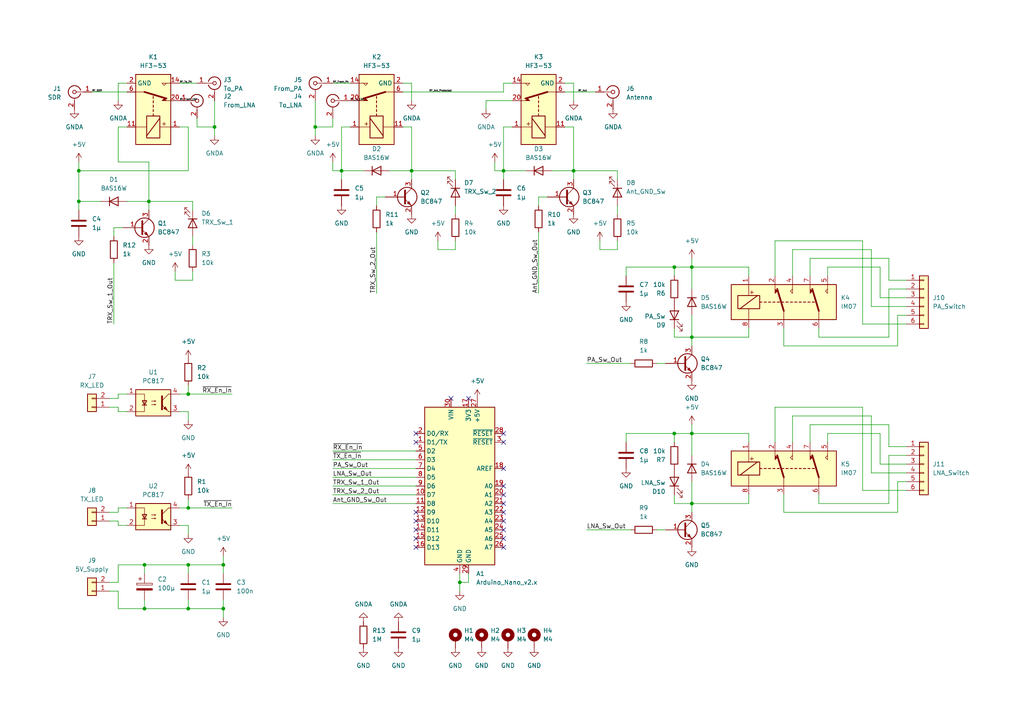
<source format=kicad_sch>
(kicad_sch (version 20250114) (generator "eeschema") (generator_version "9.0")
  (paper "A4")
  (lib_symbols
    (symbol "Connector:Conn_Coaxial" (pin_names (offset 1.016) (hide yes))
      (property "Reference" "J" (at 0.254 3.048 0))
      (property "Value" "Conn_Coaxial" (at 2.921 0 90))
      (symbol "Conn_Coaxial_1_1"
        (pin passive line (at -5.08 0 0) (length 2.54) (name "In") (number "1"))
        (pin passive line (at 0 -5.08 90) (length 2.54) (name "Ext") (number "2"))
      )
    )
    (symbol "Connector_Generic:Conn_01x02" (pin_names (offset 1.016) (hide yes))
      (property "Reference" "J" (at 0 2.54 0))
      (property "Value" "Conn_01x02" (at 0 -5.08 0))
      (symbol "Conn_01x02_1_1"
        (pin passive line (at -5.08 0 0) (length 3.81) (name "Pin_1") (number "1"))
        (pin passive line (at -5.08 -2.54 0) (length 3.81) (name "Pin_2") (number "2"))
      )
    )
    (symbol "Connector_Generic:Conn_01x06" (pin_names (offset 1.016) (hide yes))
      (property "Reference" "J" (at 0 7.62 0))
      (property "Value" "Conn_01x06" (at 0 -10.16 0))
      (symbol "Conn_01x06_1_1"
        (pin passive line (at -5.08 5.08 0) (length 3.81) (name "Pin_1") (number "1"))
        (pin passive line (at -5.08 2.54 0) (length 3.81) (name "Pin_2") (number "2"))
        (pin passive line (at -5.08 0 0) (length 3.81) (name "Pin_3") (number "3"))
        (pin passive line (at -5.08 -2.54 0) (length 3.81) (name "Pin_4") (number "4"))
        (pin passive line (at -5.08 -5.08 0) (length 3.81) (name "Pin_5") (number "5"))
        (pin passive line (at -5.08 -7.62 0) (length 3.81) (name "Pin_6") (number "6"))
      )
    )
    (symbol "Device:C" (pin_numbers (hide yes)) (pin_names (offset 0.254))
      (property "Reference" "C" (at 0.635 2.54 0))
      (property "Value" "C" (at 0.635 -2.54 0))
      (symbol "C_1_1"
        (pin passive line (at 0 3.81 270) (length 2.794) (name "~") (number "1"))
        (pin passive line (at 0 -3.81 90) (length 2.794) (name "~") (number "2"))
      )
    )
    (symbol "Device:C_Polarized" (pin_numbers (hide yes)) (pin_names (offset 0.254))
      (property "Reference" "C" (at 0.635 2.54 0))
      (property "Value" "C_Polarized" (at 0.635 -2.54 0))
      (symbol "C_Polarized_1_1"
        (pin passive line (at 0 3.81 270) (length 2.794) (name "~") (number "1"))
        (pin passive line (at 0 -3.81 90) (length 2.794) (name "~") (number "2"))
      )
    )
    (symbol "Device:LED" (pin_numbers (hide yes)) (pin_names (offset 1.016) (hide yes))
      (property "Reference" "D" (at 0 2.54 0))
      (property "Value" "LED" (at 0 -2.54 0))
      (symbol "LED_1_1"
        (pin passive line (at -3.81 0 0) (length 2.54) (name "K") (number "1"))
        (pin passive line (at 3.81 0 180) (length 2.54) (name "A") (number "2"))
      )
    )
    (symbol "Device:R" (pin_numbers (hide yes)) (pin_names (offset 0))
      (property "Reference" "R" (at 2.032 0 90))
      (property "Value" "R" (at 0 0 90))
      (symbol "R_1_1"
        (pin passive line (at 0 3.81 270) (length 1.27) (name "~") (number "1"))
        (pin passive line (at 0 -3.81 90) (length 1.27) (name "~") (number "2"))
      )
    )
    (symbol "Diode:BAS16W" (pin_numbers (hide yes)) (pin_names (hide yes))
      (property "Reference" "D" (at 0 2.54 0))
      (property "Value" "BAS16W" (at 0 -2.54 0))
      (symbol "BAS16W_1_1"
        (pin passive line (at -3.81 0 0) (length 2.54) (name "K") (number "3"))
        (pin no_connect line (at -1.27 0 0) (length 2.54) (hide yes) (name "NC") (number "2"))
        (pin passive line (at 3.81 0 180) (length 2.54) (name "A") (number "1"))
      )
    )
    (symbol "Isolator:PC817" (pin_names (offset 1.016))
      (property "Reference" "U" (at -5.08 5.08 0))
      (property "Value" "PC817" (at 0 5.08 0))
      (symbol "PC817_1_1"
        (pin passive line (at -7.62 2.54 0) (length 2.54) (name "~") (number "1"))
        (pin passive line (at -7.62 -2.54 0) (length 2.54) (name "~") (number "2"))
        (pin passive line (at 7.62 2.54 180) (length 2.54) (name "~") (number "4"))
        (pin passive line (at 7.62 -2.54 180) (length 2.54) (name "~") (number "3"))
      )
    )
    (symbol "MCU_Module:Arduino_Nano_v2.x"
      (property "Reference" "A" (at -10.16 23.495 0))
      (property "Value" "Arduino_Nano_v2.x" (at 5.08 -24.13 0))
      (symbol "Arduino_Nano_v2.x_1_1"
        (pin bidirectional line (at -12.7 15.24 0) (length 2.54) (name "D0/RX") (number "2"))
        (pin bidirectional line (at -12.7 12.7 0) (length 2.54) (name "D1/TX") (number "1"))
        (pin bidirectional line (at -12.7 10.16 0) (length 2.54) (name "D2") (number "5"))
        (pin bidirectional line (at -12.7 7.62 0) (length 2.54) (name "D3") (number "6"))
        (pin bidirectional line (at -12.7 5.08 0) (length 2.54) (name "D4") (number "7"))
        (pin bidirectional line (at -12.7 2.54 0) (length 2.54) (name "D5") (number "8"))
        (pin bidirectional line (at -12.7 0 0) (length 2.54) (name "D6") (number "9"))
        (pin bidirectional line (at -12.7 -2.54 0) (length 2.54) (name "D7") (number "10"))
        (pin bidirectional line (at -12.7 -5.08 0) (length 2.54) (name "D8") (number "11"))
        (pin bidirectional line (at -12.7 -7.62 0) (length 2.54) (name "D9") (number "12"))
        (pin bidirectional line (at -12.7 -10.16 0) (length 2.54) (name "D10") (number "13"))
        (pin bidirectional line (at -12.7 -12.7 0) (length 2.54) (name "D11") (number "14"))
        (pin bidirectional line (at -12.7 -15.24 0) (length 2.54) (name "D12") (number "15"))
        (pin bidirectional line (at -12.7 -17.78 0) (length 2.54) (name "D13") (number "16"))
        (pin power_in line (at -2.54 25.4 270) (length 2.54) (name "VIN") (number "30"))
        (pin power_in line (at 0 -25.4 90) (length 2.54) (name "GND") (number "4"))
        (pin power_out line (at 2.54 25.4 270) (length 2.54) (name "3V3") (number "17"))
        (pin power_in line (at 2.54 -25.4 90) (length 2.54) (name "GND") (number "29"))
        (pin power_out line (at 5.08 25.4 270) (length 2.54) (name "+5V") (number "27"))
        (pin input line (at 12.7 15.24 180) (length 2.54) (name "~{RESET}") (number "28"))
        (pin input line (at 12.7 12.7 180) (length 2.54) (name "~{RESET}") (number "3"))
        (pin input line (at 12.7 5.08 180) (length 2.54) (name "AREF") (number "18"))
        (pin bidirectional line (at 12.7 0 180) (length 2.54) (name "A0") (number "19"))
        (pin bidirectional line (at 12.7 -2.54 180) (length 2.54) (name "A1") (number "20"))
        (pin bidirectional line (at 12.7 -5.08 180) (length 2.54) (name "A2") (number "21"))
        (pin bidirectional line (at 12.7 -7.62 180) (length 2.54) (name "A3") (number "22"))
        (pin bidirectional line (at 12.7 -10.16 180) (length 2.54) (name "A4") (number "23"))
        (pin bidirectional line (at 12.7 -12.7 180) (length 2.54) (name "A5") (number "24"))
        (pin bidirectional line (at 12.7 -15.24 180) (length 2.54) (name "A6") (number "25"))
        (pin bidirectional line (at 12.7 -17.78 180) (length 2.54) (name "A7") (number "26"))
      )
    )
    (symbol "Mechanical:MountingHole_Pad" (pin_numbers (hide yes)) (pin_names (offset 1.016) (hide yes))
      (property "Reference" "H" (at 0 6.35 0))
      (property "Value" "MountingHole_Pad" (at 0 4.445 0))
      (symbol "MountingHole_Pad_1_1"
        (pin input line (at 0 -2.54 90) (length 2.54) (name "1") (number "1"))
      )
    )
    (symbol "Relay:HF3-53"
      (property "Reference" "K" (at 11.43 3.81 0))
      (property "Value" "HF3-53" (at 11.43 1.27 0))
      (symbol "HF3-53_0_0"
        (text "+" (at -4.191 3.048 0) (effects (font (size 1.27 1.27))))
      )
      (symbol "HF3-53_1_1"
        (pin passive line (at -5.08 7.62 270) (length 2.54) (name "~") (number "1"))
        (pin passive line (at -5.08 -7.62 90) (length 2.54) (name "~") (number "11"))
        (pin passive line (at 2.54 7.62 270) (length 2.54) (name "~") (number "20"))
        (pin passive line (at 5.08 -7.62 90) (length 2.54) (name "~") (number "6"))
        (pin passive line (at 7.62 7.62 270) (length 2.54) (name "~") (number "14"))
        (pin passive line (at 7.62 -7.62 90) (length 2.54) (hide yes) (name "GND") (number "10"))
        (pin passive line (at 7.62 -7.62 90) (length 2.54) (hide yes) (name "GND") (number "12"))
        (pin passive line (at 7.62 -7.62 90) (length 2.54) (hide yes) (name "GND") (number "13"))
        (pin passive line (at 7.62 -7.62 90) (length 2.54) (hide yes) (name "GND") (number "15"))
        (pin passive line (at 7.62 -7.62 90) (length 2.54) (hide yes) (name "GND") (number "17"))
        (pin passive line (at 7.62 -7.62 90) (length 2.54) (hide yes) (name "GND") (number "19"))
        (pin power_in line (at 7.62 -7.62 90) (length 2.54) (name "GND") (number "2"))
        (pin passive line (at 7.62 -7.62 90) (length 2.54) (hide yes) (name "GND") (number "21"))
        (pin passive line (at 7.62 -7.62 90) (length 2.54) (hide yes) (name "GND") (number "22"))
        (pin passive line (at 7.62 -7.62 90) (length 2.54) (hide yes) (name "GND") (number "5"))
        (pin passive line (at 7.62 -7.62 90) (length 2.54) (hide yes) (name "GND") (number "7"))
      )
    )
    (symbol "Relay:IM07"
      (property "Reference" "K" (at 16.51 3.81 0))
      (property "Value" "IM07" (at 16.51 1.27 0))
      (symbol "IM07_0_0"
        (text "+" (at -9.271 2.921 0) (effects (font (size 1.27 1.27))))
      )
      (symbol "IM07_1_1"
        (pin passive line (at -10.16 7.62 270) (length 2.54) (name "~") (number "1"))
        (pin passive line (at -10.16 -7.62 90) (length 2.54) (name "~") (number "8"))
        (pin passive line (at -2.54 7.62 270) (length 2.54) (name "~") (number "2"))
        (pin passive line (at 0 -7.62 90) (length 2.54) (name "~") (number "3"))
        (pin passive line (at 2.54 7.62 270) (length 2.54) (name "~") (number "4"))
        (pin passive line (at 7.62 7.62 270) (length 2.54) (name "~") (number "7"))
        (pin passive line (at 10.16 -7.62 90) (length 2.54) (name "~") (number "6"))
        (pin passive line (at 12.7 7.62 270) (length 2.54) (name "~") (number "5"))
      )
    )
    (symbol "Transistor_BJT:BC847" (pin_names (offset 0) (hide yes))
      (property "Reference" "Q" (at 5.08 1.905 0))
      (property "Value" "BC847" (at 5.08 0 0))
      (symbol "BC847_1_1"
        (pin input line (at -5.08 0 0) (length 5.715) (name "B") (number "1"))
        (pin passive line (at 2.54 5.08 270) (length 2.54) (name "C") (number "3"))
        (pin passive line (at 2.54 -5.08 90) (length 2.54) (name "E") (number "2"))
      )
    )
    (symbol "power:+5V" (power) (pin_names (offset 0))
      (property "Value" "+5V" (at 0 3.556 0))
      (symbol "+5V_1_1"
        (pin power_in line (at 0 0 90) (length 0) (hide yes) (name "+5V") (number "1"))
      )
    )
    (symbol "power:GND" (power) (pin_names (offset 0))
      (property "Value" "GND" (at 0 -3.81 0))
      (symbol "GND_1_1"
        (pin power_in line (at 0 0 270) (length 0) (hide yes) (name "GND") (number "1"))
      )
    )
    (symbol "power:GNDA" (power) (pin_names (offset 0))
      (property "Value" "GNDA" (at 0 -3.81 0))
      (symbol "GNDA_1_1"
        (pin power_in line (at 0 0 270) (length 0) (hide yes) (name "GNDA") (number "1"))
      )
    )
  )
  (junction (at 41.91 176.53))
  (junction (at 99.06 49.53))
  (junction (at 64.77 163.83))
  (junction (at 133.35 168.91))
  (junction (at 200.66 97.79))
  (junction (at 195.58 77.47))
  (junction (at 200.66 125.73))
  (junction (at 54.61 147.32))
  (junction (at 200.66 146.05))
  (junction (at 22.86 49.53))
  (junction (at 54.61 114.3))
  (junction (at 195.58 125.73))
  (junction (at 119.38 49.53))
  (junction (at 91.44 36.83))
  (junction (at 166.37 49.53))
  (junction (at 43.18 58.42))
  (junction (at 200.66 77.47))
  (junction (at 54.61 163.83))
  (junction (at 41.91 163.83))
  (junction (at 62.23 36.83))
  (junction (at 22.86 58.42))
  (junction (at 146.05 49.53))
  (junction (at 64.77 176.53))
  (junction (at 54.61 176.53))
  (no_connect (at 146.05 135.89))
  (no_connect (at 120.65 158.75))
  (no_connect (at 146.05 128.27))
  (no_connect (at 120.65 148.59))
  (no_connect (at 120.65 125.73))
  (no_connect (at 120.65 151.13))
  (no_connect (at 146.05 151.13))
  (no_connect (at 120.65 153.67))
  (no_connect (at 146.05 156.21))
  (no_connect (at 120.65 156.21))
  (no_connect (at 146.05 146.05))
  (no_connect (at 146.05 140.97))
  (no_connect (at 146.05 125.73))
  (no_connect (at 135.89 115.57))
  (no_connect (at 120.65 128.27))
  (no_connect (at 146.05 143.51))
  (no_connect (at 146.05 158.75))
  (no_connect (at 130.81 115.57))
  (no_connect (at 146.05 148.59))
  (no_connect (at 146.05 153.67))
  (wire (pts (xy 200.66 97.79) (xy 200.66 91.44)))
  (wire (pts (xy 41.91 173.99) (xy 41.91 176.53)))
  (wire (pts (xy 252.73 88.9) (xy 262.89 88.9)))
  (wire (pts (xy 146.05 49.53) (xy 152.4 49.53)))
  (wire (pts (xy 91.44 36.83) (xy 91.44 29.21)))
  (wire (pts (xy 224.79 118.11) (xy 250.19 118.11)))
  (wire (pts (xy 96.52 133.35) (xy 120.65 133.35)))
  (wire (pts (xy 52.07 147.32) (xy 54.61 147.32)))
  (wire (pts (xy 34.29 151.13) (xy 34.29 152.4)))
  (wire (pts (xy 166.37 49.53) (xy 179.07 49.53)))
  (wire (pts (xy 179.07 49.53) (xy 179.07 52.07)))
  (wire (pts (xy 64.77 176.53) (xy 64.77 179.07)))
  (wire (pts (xy 260.35 100.33) (xy 260.35 91.44)))
  (wire (pts (xy 41.91 163.83) (xy 54.61 163.83)))
  (wire (pts (xy 229.87 72.39) (xy 252.73 72.39)))
  (wire (pts (xy 34.29 148.59) (xy 34.29 147.32)))
  (wire (pts (xy 64.77 161.29) (xy 64.77 163.83)))
  (wire (pts (xy 156.21 57.15) (xy 158.75 57.15)))
  (wire (pts (xy 181.61 80.01) (xy 181.61 77.47)))
  (wire (pts (xy 250.19 142.24) (xy 262.89 142.24)))
  (wire (pts (xy 119.38 24.13) (xy 119.38 29.21)))
  (wire (pts (xy 116.84 26.67) (xy 146.05 26.67)))
  (wire (pts (xy 109.22 67.31) (xy 109.22 85.09)))
  (wire (pts (xy 217.17 143.51) (xy 217.17 146.05)))
  (wire (pts (xy 234.95 80.01) (xy 234.95 74.93)))
  (wire (pts (xy 255.27 86.36) (xy 262.89 86.36)))
  (wire (pts (xy 132.08 59.69) (xy 132.08 62.23)))
  (wire (pts (xy 109.22 57.15) (xy 111.76 57.15)))
  (wire (pts (xy 52.07 119.38) (xy 54.61 119.38)))
  (wire (pts (xy 99.06 36.83) (xy 99.06 49.53)))
  (wire (pts (xy 34.29 119.38) (xy 36.83 119.38)))
  (wire (pts (xy 54.61 36.83) (xy 54.61 49.53)))
  (wire (pts (xy 146.05 49.53) (xy 146.05 52.07)))
  (wire (pts (xy 255.27 77.47) (xy 255.27 86.36)))
  (wire (pts (xy 200.66 125.73) (xy 217.17 125.73)))
  (wire (pts (xy 55.88 78.74) (xy 55.88 81.28)))
  (wire (pts (xy 170.18 105.41) (xy 182.88 105.41)))
  (wire (pts (xy 240.03 77.47) (xy 255.27 77.47)))
  (wire (pts (xy 170.18 153.67) (xy 182.88 153.67)))
  (wire (pts (xy 34.29 46.99) (xy 43.18 46.99)))
  (wire (pts (xy 50.8 78.74) (xy 50.8 81.28)))
  (wire (pts (xy 156.21 59.69) (xy 156.21 57.15)))
  (wire (pts (xy 55.88 81.28) (xy 50.8 81.28)))
  (wire (pts (xy 34.29 171.45) (xy 34.29 176.53)))
  (wire (pts (xy 31.75 171.45) (xy 34.29 171.45)))
  (wire (pts (xy 132.08 72.39) (xy 127 72.39)))
  (wire (pts (xy 146.05 24.13) (xy 146.05 26.67)))
  (wire (pts (xy 240.03 125.73) (xy 255.27 125.73)))
  (wire (pts (xy 179.07 72.39) (xy 173.99 72.39)))
  (wire (pts (xy 200.66 132.08) (xy 200.66 125.73)))
  (wire (pts (xy 195.58 146.05) (xy 200.66 146.05)))
  (wire (pts (xy 96.52 36.83) (xy 91.44 36.83)))
  (wire (pts (xy 62.23 36.83) (xy 62.23 39.37)))
  (wire (pts (xy 140.97 29.21) (xy 148.59 29.21)))
  (wire (pts (xy 54.61 163.83) (xy 64.77 163.83)))
  (wire (pts (xy 181.61 77.47) (xy 195.58 77.47)))
  (wire (pts (xy 195.58 97.79) (xy 200.66 97.79)))
  (wire (pts (xy 252.73 137.16) (xy 252.73 120.65)))
  (wire (pts (xy 237.49 143.51) (xy 237.49 146.05)))
  (wire (pts (xy 257.81 81.28) (xy 262.89 81.28)))
  (wire (pts (xy 33.02 76.2) (xy 33.02 93.98)))
  (wire (pts (xy 52.07 114.3) (xy 54.61 114.3)))
  (wire (pts (xy 260.35 91.44) (xy 262.89 91.44)))
  (wire (pts (xy 33.02 68.58) (xy 33.02 66.04)))
  (wire (pts (xy 54.61 147.32) (xy 54.61 144.78)))
  (wire (pts (xy 250.19 69.85) (xy 250.19 93.98)))
  (wire (pts (xy 227.33 148.59) (xy 260.35 148.59)))
  (wire (pts (xy 195.58 143.51) (xy 195.58 146.05)))
  (wire (pts (xy 240.03 80.01) (xy 240.03 77.47)))
  (wire (pts (xy 22.86 58.42) (xy 29.21 58.42)))
  (wire (pts (xy 34.29 147.32) (xy 36.83 147.32)))
  (wire (pts (xy 262.89 83.82) (xy 257.81 83.82)))
  (wire (pts (xy 234.95 128.27) (xy 234.95 123.19)))
  (wire (pts (xy 34.29 114.3) (xy 36.83 114.3)))
  (wire (pts (xy 200.66 123.19) (xy 200.66 125.73)))
  (wire (pts (xy 224.79 128.27) (xy 224.79 118.11)))
  (wire (pts (xy 41.91 176.53) (xy 54.61 176.53)))
  (wire (pts (xy 237.49 146.05) (xy 257.81 146.05)))
  (wire (pts (xy 34.29 115.57) (xy 34.29 114.3)))
  (wire (pts (xy 22.86 46.99) (xy 22.86 49.53)))
  (wire (pts (xy 250.19 118.11) (xy 250.19 142.24)))
  (wire (pts (xy 179.07 59.69) (xy 179.07 62.23)))
  (wire (pts (xy 119.38 49.53) (xy 113.03 49.53)))
  (wire (pts (xy 200.66 97.79) (xy 200.66 100.33)))
  (wire (pts (xy 217.17 97.79) (xy 200.66 97.79)))
  (wire (pts (xy 135.89 168.91) (xy 133.35 168.91)))
  (wire (pts (xy 163.83 26.67) (xy 172.72 26.67)))
  (wire (pts (xy 132.08 49.53) (xy 132.08 52.07)))
  (wire (pts (xy 54.61 49.53) (xy 22.86 49.53)))
  (wire (pts (xy 163.83 36.83) (xy 166.37 36.83)))
  (wire (pts (xy 54.61 147.32) (xy 67.31 147.32)))
  (wire (pts (xy 127 69.85) (xy 127 72.39)))
  (wire (pts (xy 54.61 176.53) (xy 64.77 176.53)))
  (wire (pts (xy 54.61 152.4) (xy 54.61 154.94)))
  (wire (pts (xy 234.95 123.19) (xy 257.81 123.19)))
  (wire (pts (xy 54.61 114.3) (xy 67.31 114.3)))
  (wire (pts (xy 43.18 58.42) (xy 55.88 58.42)))
  (wire (pts (xy 36.83 58.42) (xy 43.18 58.42)))
  (wire (pts (xy 54.61 173.99) (xy 54.61 176.53)))
  (wire (pts (xy 252.73 72.39) (xy 252.73 88.9)))
  (wire (pts (xy 96.52 140.97) (xy 120.65 140.97)))
  (wire (pts (xy 257.81 132.08) (xy 262.89 132.08)))
  (wire (pts (xy 160.02 49.53) (xy 166.37 49.53)))
  (wire (pts (xy 146.05 49.53) (xy 143.51 49.53)))
  (wire (pts (xy 255.27 134.62) (xy 262.89 134.62)))
  (wire (pts (xy 257.81 83.82) (xy 257.81 97.79)))
  (wire (pts (xy 55.88 58.42) (xy 55.88 60.96)))
  (wire (pts (xy 257.81 146.05) (xy 257.81 132.08)))
  (wire (pts (xy 148.59 24.13) (xy 146.05 24.13)))
  (wire (pts (xy 260.35 148.59) (xy 260.35 139.7)))
  (wire (pts (xy 54.61 119.38) (xy 54.61 121.92)))
  (wire (pts (xy 99.06 49.53) (xy 96.52 49.53)))
  (wire (pts (xy 116.84 24.13) (xy 119.38 24.13)))
  (wire (pts (xy 195.58 80.01) (xy 195.58 77.47)))
  (wire (pts (xy 34.29 163.83) (xy 41.91 163.83)))
  (wire (pts (xy 173.99 69.85) (xy 173.99 72.39)))
  (wire (pts (xy 31.75 148.59) (xy 34.29 148.59)))
  (wire (pts (xy 166.37 24.13) (xy 166.37 29.21)))
  (wire (pts (xy 195.58 125.73) (xy 200.66 125.73)))
  (wire (pts (xy 119.38 49.53) (xy 119.38 52.07)))
  (wire (pts (xy 181.61 128.27) (xy 181.61 125.73)))
  (wire (pts (xy 33.02 66.04) (xy 35.56 66.04)))
  (wire (pts (xy 200.66 77.47) (xy 200.66 83.82)))
  (wire (pts (xy 257.81 129.54) (xy 262.89 129.54)))
  (wire (pts (xy 57.15 36.83) (xy 62.23 36.83)))
  (wire (pts (xy 234.95 74.93) (xy 257.81 74.93)))
  (wire (pts (xy 133.35 166.37) (xy 133.35 168.91)))
  (wire (pts (xy 22.86 49.53) (xy 22.86 58.42)))
  (wire (pts (xy 54.61 114.3) (xy 54.61 111.76)))
  (wire (pts (xy 229.87 120.65) (xy 229.87 128.27)))
  (wire (pts (xy 217.17 146.05) (xy 200.66 146.05)))
  (wire (pts (xy 140.97 31.75) (xy 140.97 29.21)))
  (wire (pts (xy 135.89 166.37) (xy 135.89 168.91)))
  (wire (pts (xy 163.83 24.13) (xy 166.37 24.13)))
  (wire (pts (xy 133.35 168.91) (xy 133.35 171.45)))
  (wire (pts (xy 217.17 125.73) (xy 217.17 128.27)))
  (wire (pts (xy 181.61 125.73) (xy 195.58 125.73)))
  (wire (pts (xy 257.81 123.19) (xy 257.81 129.54)))
  (wire (pts (xy 224.79 69.85) (xy 250.19 69.85)))
  (wire (pts (xy 195.58 128.27) (xy 195.58 125.73)))
  (wire (pts (xy 62.23 36.83) (xy 62.23 29.21)))
  (wire (pts (xy 64.77 173.99) (xy 64.77 176.53)))
  (wire (pts (xy 255.27 125.73) (xy 255.27 134.62)))
  (wire (pts (xy 179.07 69.85) (xy 179.07 72.39)))
  (wire (pts (xy 195.58 95.25) (xy 195.58 97.79)))
  (wire (pts (xy 217.17 77.47) (xy 200.66 77.47)))
  (wire (pts (xy 195.58 77.47) (xy 200.66 77.47)))
  (wire (pts (xy 217.17 80.01) (xy 217.17 77.47)))
  (wire (pts (xy 41.91 163.83) (xy 41.91 166.37)))
  (wire (pts (xy 109.22 59.69) (xy 109.22 57.15)))
  (wire (pts (xy 34.29 36.83) (xy 34.29 46.99)))
  (wire (pts (xy 257.81 74.93) (xy 257.81 81.28)))
  (wire (pts (xy 229.87 80.01) (xy 229.87 72.39)))
  (wire (pts (xy 237.49 97.79) (xy 237.49 95.25)))
  (wire (pts (xy 54.61 163.83) (xy 54.61 166.37)))
  (wire (pts (xy 31.75 115.57) (xy 34.29 115.57)))
  (wire (pts (xy 227.33 100.33) (xy 260.35 100.33)))
  (wire (pts (xy 200.66 146.05) (xy 200.66 148.59)))
  (wire (pts (xy 250.19 93.98) (xy 262.89 93.98)))
  (wire (pts (xy 227.33 95.25) (xy 227.33 100.33)))
  (wire (pts (xy 227.33 143.51) (xy 227.33 148.59)))
  (wire (pts (xy 262.89 137.16) (xy 252.73 137.16)))
  (wire (pts (xy 190.5 153.67) (xy 193.04 153.67)))
  (wire (pts (xy 224.79 80.01) (xy 224.79 69.85)))
  (wire (pts (xy 96.52 146.05) (xy 120.65 146.05)))
  (wire (pts (xy 26.67 26.67) (xy 36.83 26.67)))
  (wire (pts (xy 200.66 146.05) (xy 200.66 139.7)))
  (wire (pts (xy 257.81 97.79) (xy 237.49 97.79)))
  (wire (pts (xy 260.35 139.7) (xy 262.89 139.7)))
  (wire (pts (xy 34.29 118.11) (xy 34.29 119.38)))
  (wire (pts (xy 132.08 69.85) (xy 132.08 72.39)))
  (wire (pts (xy 96.52 130.81) (xy 120.65 130.81)))
  (wire (pts (xy 96.52 135.89) (xy 120.65 135.89)))
  (wire (pts (xy 43.18 46.99) (xy 43.18 58.42)))
  (wire (pts (xy 143.51 46.99) (xy 143.51 49.53)))
  (wire (pts (xy 22.86 58.42) (xy 22.86 60.96)))
  (wire (pts (xy 96.52 46.99) (xy 96.52 49.53)))
  (wire (pts (xy 52.07 36.83) (xy 54.61 36.83)))
  (wire (pts (xy 217.17 95.25) (xy 217.17 97.79)))
  (wire (pts (xy 190.5 105.41) (xy 193.04 105.41)))
  (wire (pts (xy 52.07 24.13) (xy 57.15 24.13)))
  (wire (pts (xy 166.37 36.83) (xy 166.37 49.53)))
  (wire (pts (xy 166.37 49.53) (xy 166.37 52.07)))
  (wire (pts (xy 34.29 168.91) (xy 31.75 168.91)))
  (wire (pts (xy 146.05 36.83) (xy 146.05 49.53)))
  (wire (pts (xy 252.73 120.65) (xy 229.87 120.65)))
  (wire (pts (xy 34.29 152.4) (xy 36.83 152.4)))
  (wire (pts (xy 91.44 36.83) (xy 91.44 39.37)))
  (wire (pts (xy 31.75 118.11) (xy 34.29 118.11)))
  (wire (pts (xy 119.38 49.53) (xy 132.08 49.53)))
  (wire (pts (xy 64.77 163.83) (xy 64.77 166.37)))
  (wire (pts (xy 240.03 128.27) (xy 240.03 125.73)))
  (wire (pts (xy 96.52 24.13) (xy 101.6 24.13)))
  (wire (pts (xy 96.52 138.43) (xy 120.65 138.43)))
  (wire (pts (xy 34.29 163.83) (xy 34.29 168.91)))
  (wire (pts (xy 99.06 49.53) (xy 105.41 49.53)))
  (wire (pts (xy 34.29 24.13) (xy 34.29 29.21)))
  (wire (pts (xy 148.59 36.83) (xy 146.05 36.83)))
  (wire (pts (xy 43.18 58.42) (xy 43.18 60.96)))
  (wire (pts (xy 55.88 68.58) (xy 55.88 71.12)))
  (wire (pts (xy 57.15 34.29) (xy 57.15 36.83)))
  (wire (pts (xy 156.21 67.31) (xy 156.21 85.09)))
  (wire (pts (xy 96.52 34.29) (xy 96.52 36.83)))
  (wire (pts (xy 116.84 36.83) (xy 119.38 36.83)))
  (wire (pts (xy 119.38 36.83) (xy 119.38 49.53)))
  (wire (pts (xy 31.75 151.13) (xy 34.29 151.13)))
  (wire (pts (xy 101.6 36.83) (xy 99.06 36.83)))
  (wire (pts (xy 200.66 74.93) (xy 200.66 77.47)))
  (wire (pts (xy 52.07 152.4) (xy 54.61 152.4)))
  (wire (pts (xy 36.83 24.13) (xy 34.29 24.13)))
  (wire (pts (xy 34.29 176.53) (xy 41.91 176.53)))
  (wire (pts (xy 36.83 36.83) (xy 34.29 36.83)))
  (wire (pts (xy 96.52 143.51) (xy 120.65 143.51)))
  (wire (pts (xy 99.06 49.53) (xy 99.06 52.07)))
  (label "Ant_GND_Sw_Out" (at 156.21 85.09 90))
  (label "RF_Ant_Protected" (at 124.46 26.67 0) (effects (font (size 0.5 0.5))))
  (label "RF_To_LNA" (at 101.6 29.21 0) (effects (font (size 0.5 0.5))))
  (label "TRX_Sw_1_Out" (at 96.52 140.97 0))
  (label "TRX_Sw_2_Out" (at 109.22 85.09 90))
  (label "PA_Sw_Out" (at 96.52 135.89 0))
  (label "RF_From_PA" (at 96.52 24.13 0) (effects (font (size 0.5 0.5))))
  (label "RF_Ant" (at 167.64 26.67 0) (effects (font (size 0.5 0.5))))
  (label "~{RX_En_In}" (at 96.52 130.81 0))
  (label "~{RX_En_In}" (at 67.31 114.3 180))
  (label "RF_From_LNA" (at 52.07 29.21 0) (effects (font (size 0.5 0.5))))
  (label "~{TX_En_In}" (at 67.31 147.32 180))
  (label "TRX_Sw_2_Out" (at 96.52 143.51 0))
  (label "RF_To_PA" (at 52.07 24.13 0) (effects (font (size 0.5 0.5))))
  (label "TRX_Sw_1_Out" (at 33.02 93.98 90))
  (label "LNA_Sw_Out" (at 96.52 138.43 0))
  (label "LNA_Sw_Out" (at 170.18 153.67 0))
  (label "PA_Sw_Out" (at 170.18 105.41 0))
  (label "Ant_GND_Sw_Out" (at 96.52 146.05 0))
  (label "RF_SDR" (at 26.67 26.67 0) (effects (font (size 0.5 0.5))))
  (label "~{TX_En_In}" (at 96.52 133.35 0))
  (symbol (lib_id "Relay:HF3-53") (at 109.22 31.75 90) (unit 1)
    (property "Reference" "K2" (at 109.22 16.51 90))
    (property "Value" "HF3-53" (at 109.22 19.05 90))
    (property "Footprint" "Relay_SMD:Relay_SPDT_AXICOM_HF3Series_50ohms_Pitch1.27mm" (effects (hide yes)))
    (property "Datasheet" "http://hiqsdr.com/images/3/3e/Axicom-HF3.pdf" (effects (hide yes)))
  )
  (symbol (lib_id "power:+5V") (at 50.8 78.74 0) (unit 1)
    (property "Reference" "#PWR027" (effects (hide yes)))
    (property "Value" "+5V" (at 50.8 73.66 0))
  )
  (symbol (lib_id "Connector_Generic:Conn_01x02") (at 26.67 171.45 180) (unit 1)
    (property "Reference" "J9" (at 26.67 162.56 0))
    (property "Value" "5V_Supply" (at 26.67 165.1 0))
    (property "Footprint" "Connector_Phoenix_MSTB:PhoenixContact_MSTBA_2,5_2-G-5,08_1x02_P5.08mm_Horizontal" (effects (hide yes)))
  )
  (symbol (lib_id "Diode:BAS16W") (at 33.02 58.42 0) (unit 1)
    (property "Reference" "D1" (at 33.02 52.07 0))
    (property "Value" "BAS16W" (at 33.02 54.61 0))
    (property "Footprint" "Package_TO_SOT_SMD:SOT-323_SC-70" (effects (hide yes)))
    (property "Datasheet" "https://assets.nexperia.com/documents/data-sheet/BAS16_SER.pdf" (effects (hide yes)))
  )
  (symbol (lib_id "Transistor_BJT:BC847") (at 40.64 66.04 0) (unit 1)
    (property "Reference" "Q1" (at 45.72 64.77 0) (effects (justify left)))
    (property "Value" "BC847" (at 45.72 67.31 0) (effects (justify left)))
    (property "Footprint" "Package_TO_SOT_SMD:SOT-23" (effects (hide yes)))
    (property "Datasheet" "http://www.infineon.com/dgdl/Infineon-BC847SERIES_BC848SERIES_BC849SERIES_BC850SERIES-DS-v01_01-en.pdf?fileId=db3a304314dca389011541d4630a1657" (effects (hide yes)))
  )
  (symbol (lib_id "MCU_Module:Arduino_Nano_v2.x") (at 133.35 140.97 0) (unit 1)
    (property "Reference" "A1" (at 138.0841 166.37 0) (effects (justify left)))
    (property "Value" "Arduino_Nano_v2.x" (at 138.0841 168.91 0) (effects (justify left)))
    (property "Footprint" "Module:Arduino_Nano" (effects (hide yes)))
    (property "Datasheet" "https://www.arduino.cc/en/uploads/Main/ArduinoNanoManual23.pdf" (effects (hide yes)))
  )
  (symbol (lib_id "power:GND") (at 54.61 154.94 0) (unit 1)
    (property "Reference" "#PWR02" (effects (hide yes)))
    (property "Value" "GND" (at 54.61 160.02 0))
  )
  (symbol (lib_id "Device:R") (at 54.61 107.95 0) (unit 1)
    (property "Reference" "R2" (at 57.15 106.68 0) (effects (justify left)))
    (property "Value" "10k" (at 57.15 109.22 0) (effects (justify left)))
    (property "Footprint" "Resistor_SMD:R_0603_1608Metric_Pad0.98x0.95mm_HandSolder" (effects (hide yes)))
  )
  (symbol (lib_id "power:+5V") (at 143.51 46.99 0) (unit 1)
    (property "Reference" "#PWR021" (effects (hide yes)))
    (property "Value" "+5V" (at 143.51 41.91 0))
  )
  (symbol (lib_id "Mechanical:MountingHole_Pad") (at 154.94 185.42 0) (unit 1)
    (property "Reference" "H4" (at 157.48 182.88 0) (effects (justify left)))
    (property "Value" "M4" (at 157.48 185.42 0) (effects (justify left)))
    (property "Footprint" "MountingHole:MountingHole_4.3mm_M4_Pad_Via" (effects (hide yes)))
  )
  (symbol (lib_id "Device:R") (at 186.69 105.41 270) (unit 1)
    (property "Reference" "R8" (at 186.69 99.06 90))
    (property "Value" "1k" (at 186.69 101.6 90))
    (property "Footprint" "Resistor_SMD:R_0603_1608Metric_Pad0.98x0.95mm_HandSolder" (effects (hide yes)))
  )
  (symbol (lib_id "power:GNDA") (at 21.59 31.75 0) (unit 1)
    (property "Reference" "#PWR012" (effects (hide yes)))
    (property "Value" "GNDA" (at 21.59 36.83 0))
  )
  (symbol (lib_id "Connector:Conn_Coaxial") (at 62.23 24.13 0) (unit 1)
    (property "Reference" "J3" (at 64.77 23.1532 0) (effects (justify left)))
    (property "Value" "To_PA" (at 64.77 25.6932 0) (effects (justify left)))
    (property "Footprint" "Connector_Coaxial:SMA_Molex_73251-2120_EdgeMount_Horizontal" (effects (hide yes)))
    (property "Datasheet" " ~" (effects (hide yes)))
  )
  (symbol (lib_id "Transistor_BJT:BC847") (at 163.83 57.15 0) (unit 1)
    (property "Reference" "Q3" (at 168.91 55.88 0) (effects (justify left)))
    (property "Value" "BC847" (at 168.91 58.42 0) (effects (justify left)))
    (property "Footprint" "Package_TO_SOT_SMD:SOT-23" (effects (hide yes)))
    (property "Datasheet" "http://www.infineon.com/dgdl/Infineon-BC847SERIES_BC848SERIES_BC849SERIES_BC850SERIES-DS-v01_01-en.pdf?fileId=db3a304314dca389011541d4630a1657" (effects (hide yes)))
  )
  (symbol (lib_id "power:GND") (at 132.08 187.96 0) (unit 1)
    (property "Reference" "#PWR038" (effects (hide yes)))
    (property "Value" "GND" (at 132.08 193.04 0))
  )
  (symbol (lib_id "Diode:BAS16W") (at 200.66 135.89 270) (unit 1)
    (property "Reference" "D4" (at 203.2 134.62 90) (effects (justify left)))
    (property "Value" "BAS16W" (at 203.2 137.16 90) (effects (justify left)))
    (property "Footprint" "Package_TO_SOT_SMD:SOT-323_SC-70" (effects (hide yes)))
    (property "Datasheet" "https://assets.nexperia.com/documents/data-sheet/BAS16_SER.pdf" (effects (hide yes)))
  )
  (symbol (lib_id "Relay:IM07") (at 227.33 135.89 0) (unit 1)
    (property "Reference" "K5" (at 243.84 134.62 0) (effects (justify left)))
    (property "Value" "IM07" (at 243.84 137.16 0) (effects (justify left)))
    (property "Footprint" "Relay_SMD:Relay_DPDT_AXICOM_IMSeries_JLeg" (effects (hide yes)))
    (property "Datasheet" "http://www.te.com/commerce/DocumentDelivery/DDEController?Action=srchrtrv&DocNm=108-98001&DocType=SS&DocLang=EN" (effects (hide yes)))
  )
  (symbol (lib_id "power:GNDA") (at 105.41 180.34 180) (unit 1)
    (property "Reference" "#PWR041" (effects (hide yes)))
    (property "Value" "GNDA" (at 105.41 175.26 0))
  )
  (symbol (lib_id "Device:R") (at 55.88 74.93 0) (unit 1)
    (property "Reference" "R3" (at 58.42 73.66 0) (effects (justify left)))
    (property "Value" "10k" (at 58.42 76.2 0) (effects (justify left)))
    (property "Footprint" "Resistor_SMD:R_0603_1608Metric_Pad0.98x0.95mm_HandSolder" (effects (hide yes)))
  )
  (symbol (lib_id "Device:R") (at 156.21 63.5 180) (unit 1)
    (property "Reference" "R10" (at 158.75 62.23 0) (effects (justify right)))
    (property "Value" "1k" (at 158.75 64.77 0) (effects (justify right)))
    (property "Footprint" "Resistor_SMD:R_0603_1608Metric_Pad0.98x0.95mm_HandSolder" (effects (hide yes)))
  )
  (symbol (lib_id "Device:R") (at 109.22 63.5 180) (unit 1)
    (property "Reference" "R11" (at 111.76 62.23 0) (effects (justify right)))
    (property "Value" "1k" (at 111.76 64.77 0) (effects (justify right)))
    (property "Footprint" "Resistor_SMD:R_0603_1608Metric_Pad0.98x0.95mm_HandSolder" (effects (hide yes)))
  )
  (symbol (lib_id "power:+5V") (at 200.66 123.19 0) (unit 1)
    (property "Reference" "#PWR019" (effects (hide yes)))
    (property "Value" "+5V" (at 200.66 118.11 0))
  )
  (symbol (lib_id "power:GND") (at 181.61 87.63 0) (unit 1)
    (property "Reference" "#PWR034" (effects (hide yes)))
    (property "Value" "GND" (at 181.61 92.71 0))
  )
  (symbol (lib_id "power:GND") (at 54.61 121.92 0) (unit 1)
    (property "Reference" "#PWR01" (effects (hide yes)))
    (property "Value" "GND" (at 54.61 127 0))
  )
  (symbol (lib_id "Device:C") (at 181.61 83.82 0) (unit 1)
    (property "Reference" "C7" (at 185.42 82.55 0) (effects (justify left)))
    (property "Value" "1µ" (at 185.42 85.09 0) (effects (justify left)))
    (property "Footprint" "Capacitor_SMD:C_0603_1608Metric_Pad1.08x0.95mm_HandSolder" (effects (hide yes)))
  )
  (symbol (lib_id "Device:R") (at 54.61 140.97 0) (unit 1)
    (property "Reference" "R1" (at 57.15 139.7 0) (effects (justify left)))
    (property "Value" "10k" (at 57.15 142.24 0) (effects (justify left)))
    (property "Footprint" "Resistor_SMD:R_0603_1608Metric_Pad0.98x0.95mm_HandSolder" (effects (hide yes)))
  )
  (symbol (lib_id "Device:LED") (at 195.58 91.44 90) (unit 1)
    (property "Reference" "D9" (at 193.04 94.2975 90) (effects (justify left)))
    (property "Value" "PA_Sw" (at 193.04 91.7575 90) (effects (justify left)))
    (property "Footprint" "LED_SMD:LED_1206_3216Metric_Pad1.42x1.75mm_HandSolder" (effects (hide yes)))
  )
  (symbol (lib_id "Device:C") (at 115.57 184.15 0) (unit 1)
    (property "Reference" "C9" (at 119.38 182.88 0) (effects (justify left)))
    (property "Value" "1µ" (at 119.38 185.42 0) (effects (justify left)))
    (property "Footprint" "Capacitor_SMD:C_0603_1608Metric_Pad1.08x0.95mm_HandSolder" (effects (hide yes)))
  )
  (symbol (lib_id "power:+5V") (at 200.66 74.93 0) (unit 1)
    (property "Reference" "#PWR020" (effects (hide yes)))
    (property "Value" "+5V" (at 200.66 69.85 0))
  )
  (symbol (lib_id "Transistor_BJT:BC847") (at 198.12 153.67 0) (unit 1)
    (property "Reference" "Q5" (at 203.2 152.4 0) (effects (justify left)))
    (property "Value" "BC847" (at 203.2 154.94 0) (effects (justify left)))
    (property "Footprint" "Package_TO_SOT_SMD:SOT-23" (effects (hide yes)))
    (property "Datasheet" "http://www.infineon.com/dgdl/Infineon-BC847SERIES_BC848SERIES_BC849SERIES_BC850SERIES-DS-v01_01-en.pdf?fileId=db3a304314dca389011541d4630a1657" (effects (hide yes)))
  )
  (symbol (lib_id "Device:C") (at 146.05 55.88 0) (unit 1)
    (property "Reference" "C6" (at 149.86 54.61 0) (effects (justify left)))
    (property "Value" "1µ" (at 149.86 57.15 0) (effects (justify left)))
    (property "Footprint" "Capacitor_SMD:C_0603_1608Metric_Pad1.08x0.95mm_HandSolder" (effects (hide yes)))
  )
  (symbol (lib_id "Device:R") (at 195.58 132.08 180) (unit 1)
    (property "Reference" "R7" (at 193.04 133.35 0) (effects (justify left)))
    (property "Value" "10k" (at 193.04 130.81 0) (effects (justify left)))
    (property "Footprint" "Resistor_SMD:R_0603_1608Metric_Pad0.98x0.95mm_HandSolder" (effects (hide yes)))
  )
  (symbol (lib_id "power:GNDA") (at 91.44 39.37 0) (unit 1)
    (property "Reference" "#PWR09" (effects (hide yes)))
    (property "Value" "GNDA" (at 91.44 44.45 0))
  )
  (symbol (lib_id "power:GND") (at 133.35 171.45 0) (unit 1)
    (property "Reference" "#PWR03" (effects (hide yes)))
    (property "Value" "GND" (at 133.35 176.53 0))
  )
  (symbol (lib_id "power:GNDA") (at 166.37 29.21 0) (unit 1)
    (property "Reference" "#PWR015" (effects (hide yes)))
    (property "Value" "GNDA" (at 166.37 34.29 0))
  )
  (symbol (lib_id "power:GNDA") (at 119.38 29.21 0) (unit 1)
    (property "Reference" "#PWR010" (effects (hide yes)))
    (property "Value" "GNDA" (at 119.38 34.29 0))
  )
  (symbol (lib_id "power:GND") (at 166.37 62.23 0) (unit 1)
    (property "Reference" "#PWR024" (effects (hide yes)))
    (property "Value" "GND" (at 166.37 67.31 0))
  )
  (symbol (lib_id "power:+5V") (at 173.99 69.85 0) (unit 1)
    (property "Reference" "#PWR029" (effects (hide yes)))
    (property "Value" "+5V" (at 173.99 64.77 0))
  )
  (symbol (lib_id "Mechanical:MountingHole_Pad") (at 132.08 185.42 0) (unit 1)
    (property "Reference" "H1" (at 134.62 182.88 0) (effects (justify left)))
    (property "Value" "M4" (at 134.62 185.42 0) (effects (justify left)))
    (property "Footprint" "MountingHole:MountingHole_4.3mm_M4_Pad_Via" (effects (hide yes)))
  )
  (symbol (lib_id "Relay:HF3-53") (at 44.45 31.75 270) (mirror x) (unit 1)
    (property "Reference" "K1" (at 44.45 16.51 90))
    (property "Value" "HF3-53" (at 44.45 19.05 90))
    (property "Footprint" "Relay_SMD:Relay_SPDT_AXICOM_HF3Series_50ohms_Pitch1.27mm" (effects (hide yes)))
    (property "Datasheet" "http://hiqsdr.com/images/3/3e/Axicom-HF3.pdf" (effects (hide yes)))
  )
  (symbol (lib_id "power:+5V") (at 64.77 161.29 0) (unit 1)
    (property "Reference" "#PWR07" (effects (hide yes)))
    (property "Value" "+5V" (at 64.77 156.21 0))
  )
  (symbol (lib_id "Device:R") (at 186.69 153.67 270) (unit 1)
    (property "Reference" "R9" (at 186.69 147.32 90))
    (property "Value" "1k" (at 186.69 149.86 90))
    (property "Footprint" "Resistor_SMD:R_0603_1608Metric_Pad0.98x0.95mm_HandSolder" (effects (hide yes)))
  )
  (symbol (lib_id "Relay:IM07") (at 227.33 87.63 0) (unit 1)
    (property "Reference" "K4" (at 243.84 86.36 0) (effects (justify left)))
    (property "Value" "IM07" (at 243.84 88.9 0) (effects (justify left)))
    (property "Footprint" "Relay_SMD:Relay_DPDT_AXICOM_IMSeries_JLeg" (effects (hide yes)))
    (property "Datasheet" "http://www.te.com/commerce/DocumentDelivery/DDEController?Action=srchrtrv&DocNm=108-98001&DocType=SS&DocLang=EN" (effects (hide yes)))
  )
  (symbol (lib_id "power:GNDA") (at 34.29 29.21 0) (unit 1)
    (property "Reference" "#PWR013" (effects (hide yes)))
    (property "Value" "GNDA" (at 34.29 34.29 0))
  )
  (symbol (lib_id "Mechanical:MountingHole_Pad") (at 139.7 185.42 0) (unit 1)
    (property "Reference" "H2" (at 142.24 182.88 0) (effects (justify left)))
    (property "Value" "M4" (at 142.24 185.42 0) (effects (justify left)))
    (property "Footprint" "MountingHole:MountingHole_4.3mm_M4_Pad_Via" (effects (hide yes)))
  )
  (symbol (lib_id "Device:C") (at 22.86 64.77 0) (unit 1)
    (property "Reference" "C4" (at 26.67 63.5 0) (effects (justify left)))
    (property "Value" "1µ" (at 26.67 66.04 0) (effects (justify left)))
    (property "Footprint" "Capacitor_SMD:C_0603_1608Metric_Pad1.08x0.95mm_HandSolder" (effects (hide yes)))
  )
  (symbol (lib_id "Device:R") (at 33.02 72.39 180) (unit 1)
    (property "Reference" "R12" (at 35.56 71.12 0) (effects (justify right)))
    (property "Value" "1k" (at 35.56 73.66 0) (effects (justify right)))
    (property "Footprint" "Resistor_SMD:R_0603_1608Metric_Pad0.98x0.95mm_HandSolder" (effects (hide yes)))
  )
  (symbol (lib_id "Device:C") (at 99.06 55.88 0) (unit 1)
    (property "Reference" "C5" (at 102.87 54.61 0) (effects (justify left)))
    (property "Value" "1µ" (at 102.87 57.15 0) (effects (justify left)))
    (property "Footprint" "Capacitor_SMD:C_0603_1608Metric_Pad1.08x0.95mm_HandSolder" (effects (hide yes)))
  )
  (symbol (lib_id "Device:C_Polarized") (at 41.91 170.18 0) (unit 1)
    (property "Reference" "C2" (at 45.72 168.021 0) (effects (justify left)))
    (property "Value" "100µ" (at 45.72 170.561 0) (effects (justify left)))
    (property "Footprint" "Capacitor_SMD:CP_Elec_10x10" (effects (hide yes)))
  )
  (symbol (lib_id "Device:R") (at 195.58 83.82 180) (unit 1)
    (property "Reference" "R6" (at 193.04 85.09 0) (effects (justify left)))
    (property "Value" "10k" (at 193.04 82.55 0) (effects (justify left)))
    (property "Footprint" "Resistor_SMD:R_0603_1608Metric_Pad0.98x0.95mm_HandSolder" (effects (hide yes)))
  )
  (symbol (lib_id "power:+5V") (at 96.52 46.99 0) (unit 1)
    (property "Reference" "#PWR022" (effects (hide yes)))
    (property "Value" "+5V" (at 96.52 41.91 0))
  )
  (symbol (lib_id "Device:LED") (at 195.58 139.7 90) (unit 1)
    (property "Reference" "D10" (at 193.04 142.5575 90) (effects (justify left)))
    (property "Value" "LNA_Sw" (at 193.04 140.0175 90) (effects (justify left)))
    (property "Footprint" "LED_SMD:LED_1206_3216Metric_Pad1.42x1.75mm_HandSolder" (effects (hide yes)))
  )
  (symbol (lib_id "Isolator:PC817") (at 44.45 116.84 0) (unit 1)
    (property "Reference" "U1" (at 44.45 107.95 0))
    (property "Value" "PC817" (at 44.45 110.49 0))
    (property "Footprint" "Package_DIP:DIP-4_W7.62mm" (effects (hide yes)))
    (property "Datasheet" "http://www.soselectronic.cz/a_info/resource/d/pc817.pdf" (effects (hide yes)))
  )
  (symbol (lib_id "power:GND") (at 154.94 187.96 0) (unit 1)
    (property "Reference" "#PWR035" (effects (hide yes)))
    (property "Value" "GND" (at 154.94 193.04 0))
  )
  (symbol (lib_id "Isolator:PC817") (at 44.45 149.86 0) (unit 1)
    (property "Reference" "U2" (at 44.45 140.97 0))
    (property "Value" "PC817" (at 44.45 143.51 0))
    (property "Footprint" "Package_DIP:DIP-4_W7.62mm" (effects (hide yes)))
    (property "Datasheet" "http://www.soselectronic.cz/a_info/resource/d/pc817.pdf" (effects (hide yes)))
  )
  (symbol (lib_id "power:GNDA") (at 62.23 39.37 0) (unit 1)
    (property "Reference" "#PWR011" (effects (hide yes)))
    (property "Value" "GNDA" (at 62.23 44.45 0))
  )
  (symbol (lib_id "Device:R") (at 105.41 184.15 0) (unit 1)
    (property "Reference" "R13" (at 107.95 182.88 0) (effects (justify left)))
    (property "Value" "1M" (at 107.95 185.42 0) (effects (justify left)))
    (property "Footprint" "Resistor_SMD:R_0603_1608Metric_Pad0.98x0.95mm_HandSolder" (effects (hide yes)))
  )
  (symbol (lib_id "Transistor_BJT:BC847") (at 198.12 105.41 0) (unit 1)
    (property "Reference" "Q4" (at 203.2 104.14 0) (effects (justify left)))
    (property "Value" "BC847" (at 203.2 106.68 0) (effects (justify left)))
    (property "Footprint" "Package_TO_SOT_SMD:SOT-23" (effects (hide yes)))
    (property "Datasheet" "http://www.infineon.com/dgdl/Infineon-BC847SERIES_BC848SERIES_BC849SERIES_BC850SERIES-DS-v01_01-en.pdf?fileId=db3a304314dca389011541d4630a1657" (effects (hide yes)))
  )
  (symbol (lib_id "Relay:HF3-53") (at 156.21 31.75 90) (unit 1)
    (property "Reference" "K3" (at 156.21 16.51 90))
    (property "Value" "HF3-53" (at 156.21 19.05 90))
    (property "Footprint" "Relay_SMD:Relay_SPDT_AXICOM_HF3Series_50ohms_Pitch1.27mm" (effects (hide yes)))
    (property "Datasheet" "http://hiqsdr.com/images/3/3e/Axicom-HF3.pdf" (effects (hide yes)))
  )
  (symbol (lib_id "power:+5V") (at 22.86 46.99 0) (unit 1)
    (property "Reference" "#PWR023" (effects (hide yes)))
    (property "Value" "+5V" (at 22.86 41.91 0))
  )
  (symbol (lib_id "Transistor_BJT:BC847") (at 116.84 57.15 0) (unit 1)
    (property "Reference" "Q2" (at 121.92 55.88 0) (effects (justify left)))
    (property "Value" "BC847" (at 121.92 58.42 0) (effects (justify left)))
    (property "Footprint" "Package_TO_SOT_SMD:SOT-23" (effects (hide yes)))
    (property "Datasheet" "http://www.infineon.com/dgdl/Infineon-BC847SERIES_BC848SERIES_BC849SERIES_BC850SERIES-DS-v01_01-en.pdf?fileId=db3a304314dca389011541d4630a1657" (effects (hide yes)))
  )
  (symbol (lib_id "power:GND") (at 119.38 62.23 0) (unit 1)
    (property "Reference" "#PWR025" (effects (hide yes)))
    (property "Value" "GND" (at 119.38 67.31 0))
  )
  (symbol (lib_id "power:GND") (at 115.57 187.96 0) (unit 1)
    (property "Reference" "#PWR040" (effects (hide yes)))
    (property "Value" "GND" (at 115.57 193.04 0))
  )
  (symbol (lib_id "power:GND") (at 22.86 68.58 0) (unit 1)
    (property "Reference" "#PWR031" (effects (hide yes)))
    (property "Value" "GND" (at 22.86 73.66 0))
  )
  (symbol (lib_id "Device:C") (at 54.61 170.18 0) (unit 1)
    (property "Reference" "C1" (at 58.42 168.91 0) (effects (justify left)))
    (property "Value" "1µ" (at 58.42 171.45 0) (effects (justify left)))
    (property "Footprint" "Capacitor_SMD:C_0603_1608Metric_Pad1.08x0.95mm_HandSolder" (effects (hide yes)))
  )
  (symbol (lib_id "power:GND") (at 146.05 59.69 0) (unit 1)
    (property "Reference" "#PWR032" (effects (hide yes)))
    (property "Value" "GND" (at 146.05 64.77 0))
  )
  (symbol (lib_id "Mechanical:MountingHole_Pad") (at 147.32 185.42 0) (unit 1)
    (property "Reference" "H3" (at 149.86 182.88 0) (effects (justify left)))
    (property "Value" "M4" (at 149.86 185.42 0) (effects (justify left)))
    (property "Footprint" "MountingHole:MountingHole_4.3mm_M4_Pad_Via" (effects (hide yes)))
  )
  (symbol (lib_id "power:GND") (at 99.06 59.69 0) (unit 1)
    (property "Reference" "#PWR030" (effects (hide yes)))
    (property "Value" "GND" (at 99.06 64.77 0))
  )
  (symbol (lib_id "Device:R") (at 132.08 66.04 0) (unit 1)
    (property "Reference" "R4" (at 134.62 64.77 0) (effects (justify left)))
    (property "Value" "10k" (at 134.62 67.31 0) (effects (justify left)))
    (property "Footprint" "Resistor_SMD:R_0603_1608Metric_Pad0.98x0.95mm_HandSolder" (effects (hide yes)))
  )
  (symbol (lib_id "Device:C") (at 64.77 170.18 0) (unit 1)
    (property "Reference" "C3" (at 68.58 168.91 0) (effects (justify left)))
    (property "Value" "100n" (at 68.58 171.45 0) (effects (justify left)))
    (property "Footprint" "Capacitor_SMD:C_0603_1608Metric_Pad1.08x0.95mm_HandSolder" (effects (hide yes)))
  )
  (symbol (lib_id "Connector_Generic:Conn_01x06") (at 267.97 134.62 0) (unit 1)
    (property "Reference" "J11" (at 270.51 134.62 0) (effects (justify left)))
    (property "Value" "LNA_Switch" (at 270.51 137.16 0) (effects (justify left)))
    (property "Footprint" "Connector_JST:JST_XH_B6B-XH-A_1x06_P2.50mm_Vertical" (effects (hide yes)))
  )
  (symbol (lib_id "Diode:BAS16W") (at 156.21 49.53 0) (unit 1)
    (property "Reference" "D3" (at 156.21 43.18 0))
    (property "Value" "BAS16W" (at 156.21 45.72 0))
    (property "Footprint" "Package_TO_SOT_SMD:SOT-323_SC-70" (effects (hide yes)))
    (property "Datasheet" "https://assets.nexperia.com/documents/data-sheet/BAS16_SER.pdf" (effects (hide yes)))
  )
  (symbol (lib_id "power:+5V") (at 54.61 137.16 0) (unit 1)
    (property "Reference" "#PWR05" (effects (hide yes)))
    (property "Value" "+5V" (at 54.61 132.08 0))
  )
  (symbol (lib_id "Connector:Conn_Coaxial") (at 57.15 29.21 0) (unit 1)
    (property "Reference" "J2" (at 64.77 27.94 0) (effects (justify left)))
    (property "Value" "From_LNA" (at 64.77 30.48 0) (effects (justify left)))
    (property "Footprint" "Connector_Coaxial:SMA_Molex_73251-2120_EdgeMount_Horizontal" (effects (hide yes)))
    (property "Datasheet" " ~" (effects (hide yes)))
  )
  (symbol (lib_id "power:GND") (at 139.7 187.96 0) (unit 1)
    (property "Reference" "#PWR037" (effects (hide yes)))
    (property "Value" "GND" (at 139.7 193.04 0))
  )
  (symbol (lib_id "Connector_Generic:Conn_01x02") (at 26.67 151.13 180) (unit 1)
    (property "Reference" "J8" (at 26.67 142.24 0))
    (property "Value" "TX_LED" (at 26.67 144.78 0))
    (property "Footprint" "Connector_Phoenix_MSTB:PhoenixContact_MSTBA_2,5_2-G-5,08_1x02_P5.08mm_Horizontal" (effects (hide yes)))
  )
  (symbol (lib_id "power:GND") (at 64.77 179.07 0) (unit 1)
    (property "Reference" "#PWR08" (effects (hide yes)))
    (property "Value" "GND" (at 64.77 184.15 0))
  )
  (symbol (lib_id "Connector:Conn_Coaxial") (at 21.59 26.67 0) (mirror y) (unit 1)
    (property "Reference" "J1" (at 17.78 25.6932 0) (effects (justify left)))
    (property "Value" "SDR" (at 17.78 28.2332 0) (effects (justify left)))
    (property "Footprint" "Connector_Coaxial:SMA_Molex_73251-2120_EdgeMount_Horizontal" (effects (hide yes)))
    (property "Datasheet" " ~" (effects (hide yes)))
  )
  (symbol (lib_id "Connector:Conn_Coaxial") (at 91.44 24.13 0) (mirror y) (unit 1)
    (property "Reference" "J5" (at 87.63 23.1532 0) (effects (justify left)))
    (property "Value" "From_PA" (at 87.63 25.6932 0) (effects (justify left)))
    (property "Footprint" "Connector_Coaxial:SMA_Molex_73251-2120_EdgeMount_Horizontal" (effects (hide yes)))
    (property "Datasheet" " ~" (effects (hide yes)))
  )
  (symbol (lib_id "Device:C") (at 181.61 132.08 0) (unit 1)
    (property "Reference" "C8" (at 185.42 130.81 0) (effects (justify left)))
    (property "Value" "1µ" (at 185.42 133.35 0) (effects (justify left)))
    (property "Footprint" "Capacitor_SMD:C_0603_1608Metric_Pad1.08x0.95mm_HandSolder" (effects (hide yes)))
  )
  (symbol (lib_id "power:GND") (at 200.66 110.49 0) (unit 1)
    (property "Reference" "#PWR017" (effects (hide yes)))
    (property "Value" "GND" (at 200.66 115.57 0))
  )
  (symbol (lib_id "power:GND") (at 105.41 187.96 0) (unit 1)
    (property "Reference" "#PWR039" (effects (hide yes)))
    (property "Value" "GND" (at 105.41 193.04 0))
  )
  (symbol (lib_id "Diode:BAS16W") (at 109.22 49.53 0) (unit 1)
    (property "Reference" "D2" (at 109.22 43.18 0))
    (property "Value" "BAS16W" (at 109.22 45.72 0))
    (property "Footprint" "Package_TO_SOT_SMD:SOT-323_SC-70" (effects (hide yes)))
    (property "Datasheet" "https://assets.nexperia.com/documents/data-sheet/BAS16_SER.pdf" (effects (hide yes)))
  )
  (symbol (lib_id "Connector_Generic:Conn_01x06") (at 267.97 86.36 0) (unit 1)
    (property "Reference" "J10" (at 270.51 86.36 0) (effects (justify left)))
    (property "Value" "PA_Switch" (at 270.51 88.9 0) (effects (justify left)))
    (property "Footprint" "Connector_JST:JST_XH_B6B-XH-A_1x06_P2.50mm_Vertical" (effects (hide yes)))
  )
  (symbol (lib_id "Connector:Conn_Coaxial") (at 96.52 29.21 0) (mirror y) (unit 1)
    (property "Reference" "J4" (at 87.63 27.94 0) (effects (justify left)))
    (property "Value" "To_LNA" (at 87.63 30.48 0) (effects (justify left)))
    (property "Footprint" "Connector_Coaxial:SMA_Molex_73251-2120_EdgeMount_Horizontal" (effects (hide yes)))
    (property "Datasheet" " ~" (effects (hide yes)))
  )
  (symbol (lib_id "Connector:Conn_Coaxial") (at 177.8 26.67 0) (unit 1)
    (property "Reference" "J6" (at 181.61 25.6932 0) (effects (justify left)))
    (property "Value" "Antenna" (at 181.61 28.2332 0) (effects (justify left)))
    (property "Footprint" "Connector_Coaxial:SMA_Molex_73251-2120_EdgeMount_Horizontal" (effects (hide yes)))
    (property "Datasheet" " ~" (effects (hide yes)))
  )
  (symbol (lib_id "Device:LED") (at 55.88 64.77 270) (unit 1)
    (property "Reference" "D6" (at 58.42 61.9125 90) (effects (justify left)))
    (property "Value" "TRX_Sw_1" (at 58.42 64.4525 90) (effects (justify left)))
    (property "Footprint" "LED_SMD:LED_1206_3216Metric_Pad1.42x1.75mm_HandSolder" (effects (hide yes)))
  )
  (symbol (lib_id "power:+5V") (at 54.61 104.14 0) (unit 1)
    (property "Reference" "#PWR04" (effects (hide yes)))
    (property "Value" "+5V" (at 54.61 99.06 0))
  )
  (symbol (lib_id "Connector_Generic:Conn_01x02") (at 26.67 118.11 180) (unit 1)
    (property "Reference" "J7" (at 26.67 109.22 0))
    (property "Value" "RX_LED" (at 26.67 111.76 0))
    (property "Footprint" "Connector_Phoenix_MSTB:PhoenixContact_MSTBA_2,5_2-G-5,08_1x02_P5.08mm_Horizontal" (effects (hide yes)))
  )
  (symbol (lib_id "power:+5V") (at 138.43 115.57 0) (unit 1)
    (property "Reference" "#PWR06" (effects (hide yes)))
    (property "Value" "+5V" (at 138.43 110.49 0))
  )
  (symbol (lib_id "power:GND") (at 200.66 158.75 0) (unit 1)
    (property "Reference" "#PWR018" (effects (hide yes)))
    (property "Value" "GND" (at 200.66 163.83 0))
  )
  (symbol (lib_id "Diode:BAS16W") (at 200.66 87.63 270) (unit 1)
    (property "Reference" "D5" (at 203.2 86.36 90) (effects (justify left)))
    (property "Value" "BAS16W" (at 203.2 88.9 90) (effects (justify left)))
    (property "Footprint" "Package_TO_SOT_SMD:SOT-323_SC-70" (effects (hide yes)))
    (property "Datasheet" "https://assets.nexperia.com/documents/data-sheet/BAS16_SER.pdf" (effects (hide yes)))
  )
  (symbol (lib_id "power:GND") (at 147.32 187.96 0) (unit 1)
    (property "Reference" "#PWR036" (effects (hide yes)))
    (property "Value" "GND" (at 147.32 193.04 0))
  )
  (symbol (lib_id "power:GNDA") (at 140.97 31.75 0) (unit 1)
    (property "Reference" "#PWR016" (effects (hide yes)))
    (property "Value" "GNDA" (at 140.97 36.83 0))
  )
  (symbol (lib_id "Device:LED") (at 179.07 55.88 270) (unit 1)
    (property "Reference" "D8" (at 181.61 53.0225 90) (effects (justify left)))
    (property "Value" "Ant_GND_Sw" (at 181.61 55.5625 90) (effects (justify left)))
    (property "Footprint" "LED_SMD:LED_1206_3216Metric_Pad1.42x1.75mm_HandSolder" (effects (hide yes)))
  )
  (symbol (lib_id "Device:R") (at 179.07 66.04 0) (unit 1)
    (property "Reference" "R5" (at 181.61 64.77 0) (effects (justify left)))
    (property "Value" "10k" (at 181.61 67.31 0) (effects (justify left)))
    (property "Footprint" "Resistor_SMD:R_0603_1608Metric_Pad0.98x0.95mm_HandSolder" (effects (hide yes)))
  )
  (symbol (lib_id "power:GND") (at 181.61 135.89 0) (unit 1)
    (property "Reference" "#PWR033" (effects (hide yes)))
    (property "Value" "GND" (at 181.61 140.97 0))
  )
  (symbol (lib_id "power:GND") (at 43.18 71.12 0) (unit 1)
    (property "Reference" "#PWR026" (effects (hide yes)))
    (property "Value" "GND" (at 43.18 76.2 0))
  )
  (symbol (lib_id "power:+5V") (at 127 69.85 0) (unit 1)
    (property "Reference" "#PWR028" (effects (hide yes)))
    (property "Value" "+5V" (at 127 64.77 0))
  )
  (symbol (lib_id "power:GNDA") (at 115.57 180.34 180) (unit 1)
    (property "Reference" "#PWR042" (effects (hide yes)))
    (property "Value" "GNDA" (at 115.57 175.26 0))
  )
  (symbol (lib_id "power:GNDA") (at 177.8 31.75 0) (unit 1)
    (property "Reference" "#PWR014" (effects (hide yes)))
    (property "Value" "GNDA" (at 177.8 36.83 0))
  )
  (symbol (lib_id "Device:LED") (at 132.08 55.88 270) (unit 1)
    (property "Reference" "D7" (at 134.62 53.0225 90) (effects (justify left)))
    (property "Value" "TRX_Sw_2" (at 134.62 55.5625 90) (effects (justify left)))
    (property "Footprint" "LED_SMD:LED_1206_3216Metric_Pad1.42x1.75mm_HandSolder" (effects (hide yes)))
  )
)
</source>
